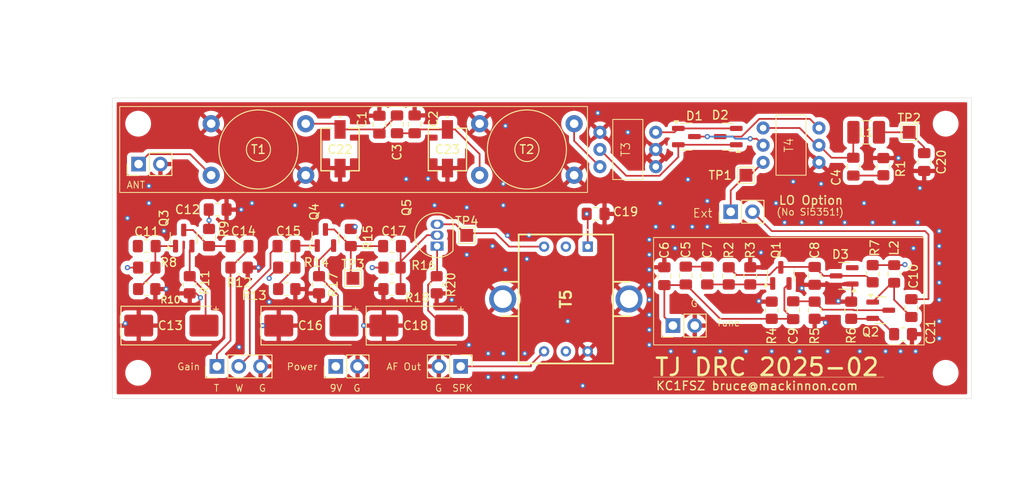
<source format=kicad_pcb>
(kicad_pcb (version 20240108) (generator "pcbnew") (generator_version "8.0")
  (title_block (title "Thomas Jefferson Direct Conversion Receiver") (date "2025-02-21") (rev "1") (company "Circuit Design by N2CQR and KK4DAS") (comment 1 "PCB By KC1FSZ") (comment 2 "Copyright (C) Bruce MacKinnon, 2025") (comment 3 "NOT FOR COMMERCIAL USE WITHOUT PERMISSION"))
  (layers (0 "F.Cu" signal) (1 "In1.Cu" signal) (2 "In2.Cu" signal) (31 "B.Cu" signal) (34 "B.Paste" user) (35 "F.Paste" user) (36 "B.SilkS" user "B.Silkscreen") (37 "F.SilkS" user "F.Silkscreen") (38 "B.Mask" user) (39 "F.Mask" user) (44 "Edge.Cuts" user))
  (net 0 "")
  (net 1 "GND")
  (net 2 "Net-(T1-SB)")
  (net 3 "Net-(T2-SB)")
  (net 4 "Net-(J1-In)")
  (net 5 "Net-(T4-SB)")
  (net 6 "Net-(C4-Pad2)")
  (net 7 "Net-(D1-COM)")
  (net 8 "Net-(D1-K)")
  (net 9 "Net-(D1-A)")
  (net 10 "Net-(D2-COM)")
  (net 11 "Audio")
  (net 12 "Net-(T2-AA)")
  (net 13 "Net-(J2-Pin_1)")
  (net 14 "Net-(C5-Pad1)")
  (net 15 "Net-(Q1-B)")
  (net 16 "Net-(D3-K)")
  (net 17 "Net-(Q2-G)")
  (net 18 "Net-(Q2-D)")
  (net 20 "+9V")
  (net 21 "Net-(Q2-S)")
  (net 22 "LO_O")
  (net 23 "LO_I")
  (net 24 "Net-(Q3-B)")
  (net 25 "Net-(Q3-E)")
  (net 26 "Net-(Q3-C)")
  (net 27 "Net-(J5-Pin_1)")
  (net 28 "Net-(J5-Pin_2)")
  (net 29 "Net-(Q4-B)")
  (net 30 "Net-(Q4-E)")
  (net 31 "Net-(Q5-B)")
  (net 32 "Net-(Q4-C)")
  (net 33 "Net-(Q5-E)")
  (net 34 "Net-(Q5-C)")
  (net 35 "/Speaker Out")
  (footprint "MountingHole:MountingHole_2.5mm" (layer "F.Cu") (at 171 83)
    (property "Reference" "H4" (hide yes))
    (property "Value" "MountingHole")
  )
  (footprint "Capacitor_SMD:C_0805_2012Metric_Pad1.18x1.45mm_HandSolder" (layer "F.Cu") (at 78 68.25)
    (property "Reference" "C11")
    (property "Value" "33u")
  )
  (footprint "bruce-footprints:CP_EIA-7343" (layer "F.Cu") (at 109.3 77.5)
    (property "Reference" "C18")
    (property "Value" "470u (Size 2917/7343)")
  )
  (footprint "Package_TO_SOT_SMD:SOT-23" (layer "F.Cu") (at 151.8125 71.6625 90)
    (property "Reference" "Q1")
    (property "Value" "MMBT3904")
  )
  (footprint "Connector_PinHeader_2.54mm:PinHeader_1x03_P2.54mm_Vertical" (layer "F.Cu") (at 86.17 82.25 90)
    (property "Reference" "J5" (hide yes))
    (property "Value" "Volume")
  )
  (footprint "Capacitor_SMD:C_0805_2012Metric_Pad1.18x1.45mm_HandSolder" (layer "F.Cu") (at 167 75.4625 90)
    (property "Reference" "C10")
    (property "Value" "0.1u")
  )
  (footprint "Connector_PinHeader_2.54mm:PinHeader_1x02_P2.54mm_Vertical" (layer "F.Cu") (at 139.25 77.5 90)
    (property "Reference" "J2" (hide yes))
    (property "Value" "Tuning")
  )
  (footprint "Resistor_SMD:R_0805_2012Metric_Pad1.20x1.40mm_HandSolder" (layer "F.Cu") (at 162.5 71.4625 90)
    (property "Reference" "R7")
    (property "Value" "100")
  )
  (footprint "Resistor_SMD:R_0805_2012Metric_Pad1.20x1.40mm_HandSolder" (layer "F.Cu") (at 88.75 70.75)
    (property "Reference" "R12")
    (property "Value" "220")
  )
  (footprint "Resistor_SMD:R_0805_2012Metric_Pad1.20x1.40mm_HandSolder" (layer "F.Cu") (at 155.75 75.7125 -90)
    (property "Reference" "R5")
    (property "Value" "100k")
  )
  (footprint "Capacitor_SMD:C_0805_2012Metric_Pad1.18x1.45mm_HandSolder" (layer "F.Cu") (at 168.5 58.4625 -90)
    (property "Reference" "C20")
    (property "Value" "0.47u")
  )
  (footprint "Package_TO_SOT_SMD:SOT-23" (layer "F.Cu") (at 98.8 67.25 90)
    (property "Reference" "Q4")
    (property "Value" "MMBT3904")
  )
  (footprint "Resistor_SMD:R_0805_2012Metric_Pad1.20x1.40mm_HandSolder" (layer "F.Cu") (at 150.75 75.7125 90)
    (property "Reference" "R4")
    (property "Value" "3.3k")
  )
  (footprint "Resistor_SMD:R_0805_2012Metric_Pad1.20x1.40mm_HandSolder" (layer "F.Cu") (at 163.75 59 90)
    (property "Reference" "R1")
    (property "Value" "47")
  )
  (footprint "Connector_PinHeader_2.54mm:PinHeader_1x02_P2.54mm_Vertical" (layer "F.Cu") (at 77.05 58.7 90)
    (property "Reference" "J1" (hide yes))
    (property "Value" "Conn_Coaxial")
  )
  (footprint "Resistor_SMD:R_0805_2012Metric_Pad1.20x1.40mm_HandSolder" (layer "F.Cu") (at 83 72.75 -90)
    (property "Reference" "R11")
    (property "Value" "470")
  )
  (footprint "bruce-footprints:SmallTrifilar" (layer "F.Cu") (at 133.75 57 90)
    (property "Reference" "T3")
    (property "Value" "Transformer_1P_2S")
  )
  (footprint "TestPoint:TestPoint_Pad_1.5x1.5mm" (layer "F.Cu") (at 166.75 55)
    (property "Reference" "TP2")
    (property "Value" "TestPoint")
  )
  (footprint "TestPoint:TestPoint_Pad_1.5x1.5mm" (layer "F.Cu") (at 115.25 67)
    (property "Reference" "TP4")
    (property "Value" "TestPoint")
  )
  (footprint "Resistor_SMD:R_0805_2012Metric_Pad1.20x1.40mm_HandSolder" (layer "F.Cu") (at 98.05 72.75 -90)
    (property "Reference" "R17")
    (property "Value" "470")
  )
  (footprint "Package_TO_SOT_SMD:SOT-23" (layer "F.Cu") (at 159.1875 71.7125 180)
    (property "Reference" "D3")
    (property "Value" "BZX84Cxx")
  )
  (footprint "Resistor_SMD:R_0805_2012Metric_Pad1.20x1.40mm_HandSolder" (layer "F.Cu") (at 106.55 73.25 180)
    (property "Reference" "R18")
    (property "Value" "4.7k")
  )
  (footprint "Capacitor_SMD:C_0805_2012Metric_Pad1.18x1.45mm_HandSolder" (layer "F.Cu") (at 109.1836 54.0735 90)
    (property "Reference" "C2")
    (property "Value" "160p")
  )
  (footprint "TestPoint:TestPoint_Pad_1.5x1.5mm" (layer "F.Cu") (at 102 72)
    (property "Reference" "TP3")
    (property "Value" "TestPoint")
  )
  (footprint "Capacitor_SMD:C_0805_2012Metric_Pad1.18x1.45mm_HandSolder" (layer "F.Cu") (at 106.55 68.25 180)
    (property "Reference" "C17")
    (property "Value" "10u")
  )
  (footprint "Capacitor_SMD:C_0805_2012Metric_Pad1.18x1.45mm_HandSolder" (layer "F.Cu") (at 107.1336 54.0735 -90)
    (property "Reference" "C3")
    (property "Value" "10p")
  )
  (footprint "Inductor_SMD:L_1210_3225Metric_Pad1.42x2.65mm_HandSolder" (layer "F.Cu") (at 161.75 55)
    (property "Reference" "L1")
    (property "Value" "100u")
  )
  (footprint "Resistor_SMD:R_0805_2012Metric_Pad1.20x1.40mm_HandSolder" (layer "F.Cu") (at 85.25 67.25 -90)
    (property "Reference" "R9")
    (property "Value" "1k")
  )
  (footprint "Capacitor_SMD:C_0805_2012Metric_Pad1.18x1.45mm_HandSolder" (layer "F.Cu") (at 105.0829 54.111 90)
    (property "Reference" "C1")
    (property "Value" "160p")
  )
  (footprint "Capacitor_SMD:C_0805_2012Metric_Pad1.18x1.45mm_HandSolder" (layer "F.Cu") (at 94.2625 68.25 180)
    (property "Reference" "C15")
    (property "Value" "10u")
  )
  (footprint "Capacitor_SMD:C_0805_2012Metric_Pad1.18x1.45mm_HandSolder" (layer "F.Cu") (at 88.8 68.25 180)
    (property "Reference" "C14")
    (property "Value" "47u")
  )
  (footprint "Capacitor_SMD:C_0805_2012Metric_Pad1.18x1.45mm_HandSolder" (layer "F.Cu") (at 160.25 59 -90)
    (property "Reference" "C4")
    (property "Value" "0.1u")
  )
  (footprint "Connector_PinHeader_2.54mm:PinHeader_1x02_P2.54mm_Vertical" (layer "F.Cu") (at 114.54 82.25 -90)
    (property "Reference" "J6" (hide yes))
    (property "Value" "Speaker")
  )
  (footprint "Package_TO_SOT_SMD:SOT-23" (layer "F.Cu") (at 82.3 67.3125 90)
    (property "Reference" "Q3")
    (property "Value" "MMBT3904")
  )
  (footprint "Package_TO_SOT_THT:TO-92_Inline" (layer "F.Cu") (at 111.8 68.25 90)
    (property "Reference" "Q5")
    (property "Value" "2N3904")
  )
  (footprint "bruce-footprints:VCAP_GKG30086-05_SGM-L" (layer "F.Cu") (at 100.5 57 -90)
    (property "Reference" "C22")
    (property "Value" "C_Variable")
  )
  (footprint "Connector_PinHeader_2.54mm:PinHeader_1x02_P2.54mm_Vertical" (layer "F.Cu") (at 100 82.25 90)
    (property "Reference" "J3" (hide yes))
    (property "Value" "Power")
  )
  (footprint "Resistor_SMD:R_0805_2012Metric_Pad1.20x1.40mm_HandSolder" (layer "F.Cu") (at 78 70.75)
    (property "Reference" "R8")
    (property "Value" "14.7k")
  )
  (footprint "Resistor_SMD:R_0805_2012Metric_Pad1.20x1.40mm_HandSolder" (layer "F.Cu") (at 101.75 67.25 -90)
    (property "Reference" "R15")
    (property "Value" "1k")
  )
  (footprint "Resistor_SMD:R_0805_2012Metric_Pad1.20x1.40mm_HandSolder" (layer "F.Cu") (at 160 75.7125 90)
    (property "Reference" "R6")
    (property "Value" "100")
  )
  (footprint "Transformer_THT:Transformer_Toroid_Horizontal_D9.0mm_Amidon-T30" (layer "F.Cu") (at 127.75 54 180)
    (property "Reference" "T2")
    (property "Value" "28:5")
  )
  (footprint "Resistor_SMD:R_0805_2012Metric_Pad1.20x1.40mm_HandSolder" (layer "F.Cu") (at 111.75 72.75 -90)
    (property "Reference" "R20")
    (property "Value" "100")
  )
  (footprint "Package_TO_SOT_SMD:SOT-23" (layer "F.Cu") (at 145.6875 55.5 180)
    (property "Reference" "D2")
    (property "Value" "BAT54S")
  )
  (footprint "Transformer_THT:Transformer_Toroid_Horizontal_D9.0mm_Amidon-T30" (layer "F.Cu") (at 85.5 60)
    (property "Reference" "T1")
    (property "Value" "5:28")
  )
  (footprint "bruce-footprints:VCAP_GKG30086-05_SGM-L" (layer "F.Cu") (at 113 57 -90)
    (property "Reference" "C23")
    (property "Value" "C_Variable")
  )
  (footprint "bruce-footprints:CP_EIA-7343" (layer "F.Cu") (at 97.05 77.5)
    (property "Reference" "C16")
    (property "Value" "470u (Size 2917/7343)")
  )
  (footprint "MountingHole:MountingHole_2.5mm" (layer "F.Cu") (at 171 54)
    (property "Reference" "H3" (hide yes))
    (property "Value" "MountingHole")
  )
  (footprint "bruce-footprints:SmallTrifilar" (layer "F.Cu") (at 152.75 56.5 90)
    (property "Reference" "T4")
    (property "Value" "Transformer_1P_2S")
  )
  (footprint "Resistor_SMD:R_0805_2012Metric_Pad1.20x1.40mm_HandSolder" (layer "F.Cu") (at 94.3 73.25)
    (property "Reference" "R13")
    (property "Value" "4.7k")
  )
  (footprint "TestPoint:TestPoint_Pad_1.5x1.5mm" (layer "F.Cu") (at 147.75 60)
    (property "Reference" "TP1")
    (property "Value" "TestPoint")
  )
  (footprint "Resistor_SMD:R_0805_2012Metric_Pad1.20x1.40mm_HandSolder" (layer "F.Cu") (at 145.75 71.7125 -90)
    (property "Reference" "R2")
    (property "Value" "10k")
  )
  (footprint "Capacitor_SMD:C_0805_2012Metric_Pad1.18x1.45mm_HandSolder" (layer "F.Cu") (at 86.25 64 180)
    (property "Reference" "C12")
    (property "Value" "47u")
  )
  (footprint "Capacitor_SMD:C_0805_2012Metric_Pad1.18x1.45mm_HandSolder" (layer "F.Cu") (at 153.25 75.7125 90)
    (property "Reference" "C9")
    (property "Value" "0.1u")
  )
  (footprint "Resistor_SMD:R_0805_2012Metric_Pad1.20x1.40mm_HandSolder" (layer "F.Cu") (at 94.3 70.75)
    (property "Reference" "R14")
    (property "Value" "14.7k")
  )
  (footprint "Capacitor_SMD:C_0805_2012Metric_Pad1.18x1.45mm_HandSolder" (layer "F.Cu") (at 138.25 71.75 90)
    (property "Reference" "C6")
    (property "Value" "660p")
  )
  (footprint "Capacitor_SMD:C_0805_2012Metric_Pad1.18x1.45mm_HandSolder" (layer "F.Cu") (at 140.75 71.675 -90)
    (property "Reference" "C5")
    (property "Value" "660p")
  )
  (footprint "bruce-footprints:42TL013RC" (layer "F.Cu") (at 129.33 68.308 -90)
    (property "Reference" "T5")
    (property "Value" "42TL013-RC" (hide yes))
  )
  (footprint "Resistor_SMD:R_0805_2012Metric_Pad1.20x1.40mm_HandSolder" (layer "F.Cu") (at 106.55 70.75)
    (property "Reference" "R16")
    (property "Value" "14.7k")
  )
  (footprint "Capacitor_SMD:C_0805_2012Metric_Pad1.18x1.45mm_HandSolder" (layer "F.Cu") (at 166.0375 78.5 180)
    (property "Reference" "C21")
    (property "Value" "0.1u")
  )
  (footprint "Resistor_SMD:R_0805_2012Metric_Pad1.20x1.40mm_HandSolder" (layer "F.Cu") (at 78 73.25)
    (property "Reference" "R10")
    (property "Value" "4.7k")
  )
  (footprint "Connector_PinHeader_2.54mm:PinHeader_1x02_P2.54mm_Vertical" (layer "F.Cu") (at 145.975 64.25 90)
    (property "Reference" "J4" (hide yes))
    (property "Value" "LO Option")
  )
  (footprint "Inductor_SMD:L_0805_2012Metric_Pad1.15x1.40mm_HandSolder" (layer "F.Cu") (at 165 71.4875 -90)
    (property "Reference" "L2")
    (property "Value" "10u")
  )
  (footprint "Capacitor_SMD:C_0805_2012Metric_Pad1.18x1.45mm_HandSolder" (layer "F.Cu") (at 155.75 71.7125 -90)
    (property "Reference" "C8")
    (property "Value" "0.1u")
  )
  (footprint "Package_TO_SOT_SMD:SOT-23" (layer "F.Cu") (at 140.8125 55.5)
    (property "Reference" "D1")
    (property "Value" "BAT54S")
  )
  (footprint "Capacitor_SMD:C_0805_2012Metric_Pad1.18x1.45mm_HandSolder" (layer "F.Cu") (at 130.25 64.5 180)
    (property "Reference" "C19")
    (property "Value" "47u")
  )
  (footprint "MountingHole:MountingHole_2.5mm" (layer "F.Cu") (at 77 83)
    (property "Reference" "H2" (hide yes))
    (property "Value" "MountingHole")
  )
  (footprint "Capacitor_SMD:C_0805_2012Metric_Pad1.18x1.45mm_HandSolder" (layer "F.Cu") (at 143.25 71.675 -90)
    (property "Reference" "C7")
    (property "Value" "130p")
  )
  (footprint "Package_TO_SOT_SMD:SOT-23" (layer "F.Cu") (at 163.4375 75.7125)
    (property "Reference" "Q2")
    (property "Value" "MMBFJ310")
  )
  (footprint "bruce-footprints:CP_EIA-7343" (layer "F.Cu") (at 80.75 77.5)
    (property "Reference" "C13")
    (property "Value" "470u (Size 2917/7343)")
  )
  (footprint "MountingHole:MountingHole_2.5mm" (layer "F.Cu") (at 77 54)
    (property "Reference" "H1" (hide yes))
    (property "Value" "MountingHole")
  )
  (footprint "Resistor_SMD:R_0805_2012Metric_Pad1.20x1.40mm_HandSolder" (layer "F.Cu") (at 148.25 71.7125 90)
    (property "Reference" "R3")
    (property "Value" "10k")
  )
  (gr_line (start 137 83.5) (end 163.8 83.5) (stroke (width 0.05)) (layer "F.SilkS"))
  (gr_rect (start 137 67.25) (end 168.5 79.75) (stroke (width 0.1)) (fill none) (layer "F.SilkS"))
  (gr_rect (start 74.85 52) (end 129.300328 62) (stroke (width 0.1)) (fill none) (layer "F.SilkS"))
  (gr_rect (start 74 51) (end 174 86) (stroke (width 0.05)) (fill none) (layer "Edge.Cuts"))
  (gr_text "G" (at 141.25 75.4 0) (layer "F.SilkS") (effects (font (size 0.8 0.8) (thickness 0.1)) (justify left bottom)))
  (gr_text "ANT" (at 75.6 61.6 0) (layer "F.SilkS") (effects (font (size 0.8 0.8) (thickness 0.1)) (justify left bottom)))
  (gr_text "T" (at 85.75 85.25 0) (layer "F.SilkS") (effects (font (size 0.8 0.8) (thickness 0.1)) (justify left bottom)))
  (gr_text "LO Option" (at 151.5 63.5 0) (layer "F.SilkS") (effects (font (size 1 1)) (justify left bottom)))
  (gr_text "KC1FSZ bruce@mackinnon.com" (at 137.2 85.1 0) (layer "F.SilkS") (effects (font (size 1 1)) (justify left bottom)))
  (gr_text "AF Out" (at 105.85 82.75 0) (layer "F.SilkS") (effects (font (size 0.8 0.8) (thickness 0.1)) (justify left bottom)))
  (gr_text "(No Si5351!)" (at 151.25 64.75 0) (layer "F.SilkS") (effects (font (size 0.8 0.8) (thickness 0.1)) (justify left bottom)))
  (gr_text "Ext" (at 141.5 65 0) (layer "F.SilkS") (effects (font (size 1 1) (thickness 0.1)) (justify left bottom)))
  (gr_text "G" (at 111.5 85.25 0) (layer "F.SilkS") (effects (font (size 0.8 0.8) (thickness 0.1)) (justify left bottom)))
  (gr_text "Gain" (at 81.5 82.75 0) (layer "F.SilkS") (effects (font (size 0.8 0.8) (thickness 0.1)) (justify left bottom)))
  (gr_text "G" (at 91 85.25 0) (layer "F.SilkS") (effects (font (size 0.8 0.8) (thickness 0.1)) (justify left bottom)))
  (gr_text "SPK" (at 113.5 85.25 0) (layer "F.SilkS") (effects (font (size 0.8 0.8) (thickness 0.1)) (justify left bottom)))
  (gr_text "G" (at 102 85.25 0) (layer "F.SilkS") (effects (font (size 0.8 0.8) (thickness 0.1)) (justify left bottom)))
  (gr_text "9V" (at 99.25 85.25 0) (layer "F.SilkS") (effects (font (size 0.8 0.8) (thickness 0.1)) (justify left bottom)))
  (gr_text "Tune" (at 144.25 77.65 0) (layer "F.SilkS") (effects (font (size 0.8 0.8) (thickness 0.1)) (justify left bottom)))
  (gr_text "Power" (at 94.25 82.75 0) (layer "F.SilkS") (effects (font (size 0.8 0.8) (thickness 0.1)) (justify left bottom)))
  (gr_text "TJ DRC 2025-02" (at 137 83.5 0) (layer "F.SilkS") (effects (font (size 2 2) (thickness 0.3)) (justify left bottom)))
  (gr_text "W" (at 88.25 85.25 0) (layer "F.SilkS") (effects (font (size 0.8 0.8) (thickness 0.1)) (justify left bottom)))
  (segment (start 103.25 77.5) (end 106.1 77.5) (width 0.2) (layer "F.Cu") (net 1))
  (segment (start 79 73.25) (end 80.25 73.25) (width 0.2) (layer "F.Cu") (net 1))
  (segment (start 156.5625 76.7125) (end 157 77.15) (width 0.2) (layer "F.Cu") (net 1))
  (segment (start 138.25 70.7125) (end 138.25 70.65) (width 0.2) (layer "F.Cu") (net 1))
  (segment (start 160.125 72.6625) (end 160.125 74.5875) (width 0.2) (layer "F.Cu") (net 1))
  (segment (start 149.3125 74.7125) (end 149.25 74.65) (width 0.2) (layer "F.Cu") (net 1))
  (segment (start 83.75 73.75) (end 84.25 74.25) (width 0.2) (layer "F.Cu") (net 1))
  (segment (start 93.85 77.5) (end 91.5 77.5) (width 0.2) (layer "F.Cu") (net 1))
  (segment (start 87.2875 64) (end 89 64) (width 0.2) (layer "F.Cu") (net 1))
  (segment (start 77.55 77.5) (end 75.75 77.5) (width 0.2) (layer "F.Cu") (net 1))
  (segment (start 155.75 72.75) (end 154.65 72.75) (width 0.2) (layer "F.Cu") (net 1))
  (segment (start 155.75 76.7125) (end 156.5625 76.7125) (width 0.2) (layer "F.Cu") (net 1))
  (segment (start 163.75 58) (end 165.5 58) (width 0.2) (layer "F.Cu") (net 1))
  (segment (start 83 73.75) (end 83.75 73.75) (width 0.2) (layer "F.Cu") (net 1))
  (segment (start 150.75 74.7125) (end 149.3125 74.7125) (width 0.2) (layer "F.Cu") (net 1))
  (segment (start 154.65 72.75) (end 154.25 73.15) (width 0.2) (layer "F.Cu") (net 1))
  (segment (start 75.75 77.5) (end 75.5 77.25) (width 0.2) (layer "F.Cu") (net 1))
  (segment (start 160 74.7125) (end 158.5625 74.7125) (width 0.2) (layer "F.Cu") (net 1))
  (segment (start 89.75 70.75) (end 91 70.75) (width 0.2) (layer "F.Cu") (net 1))
  (segment (start 158.5625 74.7125) (end 158.5 74.65) (width 0.2) (layer "F.Cu") (net 1))
  (segment (start 160.125 74.5875) (end 160 74.7125) (width 0.2) (layer "F.Cu") (net 1))
  (segment (start 148.25 70.7125) (end 148.25 70.4) (width 0.2) (layer "F.Cu") (net 1))
  (via (at 95.25 63.5) (size 0.6) (drill 0.3) (layers "F.Cu" "B.Cu") (net 1))
  (via (at 143.25 63) (size 0.6) (drill 0.3) (layers "F.Cu" "B.Cu") (net 1))
  (via (at 170.25 74.5) (size 0.6) (drill 0.3) (layers "F.Cu" "B.Cu") (net 1))
  (via (at 84.25 74.25) (size 0.6) (drill 0.3) (layers "F.Cu" "B.Cu") (net 1))
  (via (at 161.5 63.25) (size 0.6) (drill 0.3) (layers "F.Cu" "B.Cu") (net 1))
  (via (at 141 60.5) (size 0.6) (drill 0.3) (layers "F.Cu" "B.Cu") (net 1))
  (via (at 137.75 63.25) (size 0.6) (drill 0.3) (layers "F.Cu" "B.Cu") (net 1))
  (via (at 117.75 80.75) (size 0.6) (drill 0.3) (layers "F.Cu" "B.Cu") (net 1))
  (via (at 136.5 69.25) (size 0.6) (drill 0.3) (layers "F.Cu" "B.Cu") (net 1))
  (via (at 111.5 63.5) (size 0.6) (drill 0.3) (layers "F.Cu" "B.Cu") (net 1))
  (via (at 161 80.5) (size 0.6) (drill 0.3) (layers "F.Cu" "B.Cu") (net 1))
  (via (at 122 80.75) (size 0.6) (drill 0.3) (layers "F.Cu" "B.Cu") (net 1))
  (via (at 165.5 58) (size 0.6) (drill 0.3) (layers "F.Cu" "B.Cu") (net 1))
  (via (at 119.75 71) (size 0.6) (drill 0.3) (layers "F.Cu" "B.Cu") (net 1))
  (via (at 92.25 74.75) (size 0.6) (drill 0.3) (layers "F.Cu" "B.Cu") (net 1))
  (via (at 88.75 80) (size 0.6) (drill 0.3) (layers "F.Cu" "B.Cu") (net 1))
  (via (at 170.25 66.5) (size 0.6) (drill 0.3) (layers "F.Cu" "B.Cu") (net 1))
  (via (at 136.5 76.25) (size 0.6) (drill 0.3) (layers "F.Cu" "B.Cu") (net 1))
  (via (at 136.5 74.5) (size 0.6) (drill 0.3) (layers "F.Cu" "B.Cu") (net 1))
  (via (at 128.75 84.5) (size 0.6) (drill 0.3) (layers "F.Cu" "B.Cu") (net 1))
  (via (at 119.5 61) (size 0.6) (drill 0.3) (layers "F.Cu" "B.Cu") (net 1))
  (via (at 103.25 77.5) (size 0.6) (drill 0.3) (layers "F.Cu" "B.Cu") (net 1))
  (via (at 154.25 65.5) (size 0.6) (drill 0.3) (layers "F.Cu" "B.Cu") (net 1))
  (via (at 157.25 80.5) (size 0.6) (drill 0.3) (layers "F.Cu" "B.Cu") (net 1))
  (via (at 168 61.5) (size 0.6) (drill 0.3) (layers "F.Cu" "B.Cu") (net 1))
  (via (at 89 64) (size 0.6) (drill 0.3) (layers "F.Cu" "B.Cu") (net 1))
  (via (at 119.5 83.5) (size 0.6) (drill 0.3) (layers "F.Cu" "B.Cu") (net 1))
  (via (at 170.25 68.25) (size 0.6) (drill 0.3) (layers "F.Cu" "B.Cu") (net 1))
  (via (at 136.5 67.5) (size 0.6) (drill 0.3) (layers "F.Cu" "B.Cu") (net 1))
  (via (at 127 77) (size 0.6) (drill 0.3) (layers "F.Cu" "B.Cu") (net 1))
  (via (at 170.25 70.25) (size 0.6) (drill 0.3) (layers "F.Cu" "B.Cu") (net 1))
  (via (at 122.5 67) (size 0.6) (drill 0.3) (layers "F.Cu" "B.Cu") (net 1))
  (via (at 91 70.75) (size 0.6) (drill 0.3) (layers "F.Cu" "B.Cu") (net 1))
  (via (at 139.5 68.5) (size 0.6) (drill 0.3) (layers "F.Cu" "B.Cu") (net 1))
  (via (at 75.5 77.25) (size 0.6) (drill 0.3) (layers "F.Cu" "B.Cu") (net 1))
  (via (at 153.25 60.75) (size 0.6) (drill 0.3) (layers "F.Cu" "B.Cu") (net 1))
  (via (at 167.25 68.5) (size 0.6) (drill 0.3) (layers "F.Cu" "B.Cu") (net 1))
  (via (at 165.75 80.5) (size 0.6) (drill 0.3) (layers "F.Cu" "B.Cu") (net 1))
  (via (at 152.25 65.5) (size 0.6) (drill 0.3) (layers "F.Cu" "B.Cu") (net 1))
  (via (at 159.25 65.5) (size 0.6) (drill 0.3) (layers "F.Cu" "B.Cu") (net 1))
  (via (at 78.25 63.25) (size 0.6) (drill 0.3) (layers "F.Cu" "B.Cu") (net 1))
  (via (at 170.25 72.5) (size 0.6) (drill 0.3) (layers "F.Cu" "B.Cu") (net 1))
  (via (at 108.2 60.45) (size 0.6) (drill 0.3) (layers "F.Cu" "B.Cu") (net 1))
  (via (at 121 83.5) (size 0.6) (drill 0.3) (layers "F.Cu" "B.Cu") (net 1))
  (via (at 150.75 80.5) (size 0.6) (drill 0.3) (layers "F.Cu" "B.Cu") (net 1))
  (via (at 80.25 73.25) (size 0.6) (drill 0.3) (layers "F.Cu" "B.Cu") (net 1))
  (via (at 130.5 52.75) (size 0.6) (drill 0.3) (layers "F.Cu" "B.Cu") (net 1))
  (via (at 141.75 80.5) (size 0.6) (drill 0.3) (layers "F.Cu" "B.Cu") (net 1))
  (via (at 154.25 73.15) (size 0.6) (drill 0.3) (layers "F.Cu" "B.Cu") (net 1))
  (via (at 149.25 74.65) (size 0.6) (drill 0.3) (layers "F.Cu" "B.Cu") (net 1))
  (via (at 122.25 69.75) (size 0.6) (drill 0.3) (layers "F.Cu" "B.Cu") (net 1))
  (via (at 164 80.5) (size 0.6) (drill 0.3) (layers "F.Cu" "B.Cu") (net 1))
  (via (at 118.25 68.25) (size 0.6) (drill 0.3) (layers "F.Cu" "B.Cu") (net 1))
  (via (at 139 80.5) (size 0.6) (drill 0.3) (layers "F.Cu" "B.Cu") (net 1))
  (via (at 139.25 66) (size 0.6) (drill 0.3) (layers "F.Cu" "B.Cu") (net 1))
  (via (at 136.5 79.75) (size 0.6) (drill 0.3) (layers "F.Cu" "B.Cu") (net 1))
  (via (at 156.5 61) (size 0.6) (drill 0.3) (layers "F.Cu" "B.Cu") (net 1))
  (via (at 167.5 80.5) (size 0.6) (drill 0.3) (layers "F.Cu" "B.Cu") (net 1))
  (via (at 149.5 69) (size 0.6) (drill 0.3) (layers "F.Cu" "B.Cu") (net 1))
  (via (at 154 80.5) (size 0.6) (drill 0.3) (layers "F.Cu" "B.Cu") (net 1))
  (via (at 119.75 54.25) (size 0.6) (drill 0.3) (layers "F.Cu" "B.Cu") (net 1))
  (via (at 115.25 63.75) (size 0.6) (drill 0.3) (layers "F.Cu" "B.Cu") (net 1))
  (via (at 141.5 66) (size 0.6) (drill 0.3) (layers "F.Cu" "B.Cu") (net 1))
  (via (at 167.75 65.5) (size 0.6) (drill 0.3) (layers "F.Cu" "B.Cu") (net 1))
  (via (at 117.75 83.5) (size 0.6) (drill 0.3) (layers "F.Cu" "B.Cu") (net 1))
  (via (at 147.75 80.5) (size 0.6) (drill 0.3) (layers "F.Cu" "B.Cu") (net 1))
  (via (at 136.5 78) (size 0.6) (drill 0.3) (layers "F.Cu" "B.Cu") (net 1))
  (via (at 113.5 74.5) (size 0.6) (drill 0.3) (layers "F.Cu" "B.Cu") (net 1))
  (via (at 91.5 77.5) (size 0.6) (drill 0.3) (layers "F.Cu" "B.Cu") (net 1))
  (via (at 119.5 63.5) (size 0.6) (drill 0.3) (layers "F.Cu" "B.Cu") (net 1))
  (via (at 156.5 65.5) (size 0.6) (drill 0.3) (layers "F.Cu" "B.Cu") (net 1))
  (via (at 165 65.5) (size 0.6) (drill 0.3) (layers "F.Cu" "B.Cu") (net 1))
  (via (at 136.5 71) (size 0.6) (drill 0.3) (layers "F.Cu" "B.Cu") (net 1))
  (via (at 115.5 79.75) (size 0.6) (drill 0.3) (layers "F.Cu" "B.Cu") (net 1))
  (via (at 137.25 66) (size 0.6) (drill 0.3) (layers "F.Cu" "B.Cu") (net 1))
  (via (at 162.5 65.5) (size 0.6) (drill 0.3) (layers "F.Cu" "B.Cu") (net 1))
  (via (at 170.25 77) (size 0.6) (drill 0.3) (layers "F.Cu" "B.Cu") (net 1))
  (via (at 143.25 66) (size 0.6) (drill 0.3) (layers "F.Cu" "B.Cu") (net 1))
  (via (at 119.5 80.75) (size 0.6) (drill 0.3) (layers "F.Cu" "B.Cu") (net 1))
  (via (at 80 66.5) (size 0.6) (drill 0.3) (layers "F.Cu" "B.Cu") (net 1))
  (via (at 134 55) (size 0.6) (drill 0.3) (layers "F.Cu" "B.Cu") (net 1))
  (via (at 110.75 60.4) (size 0.6) (drill 0.3) (layers "F.Cu" "B.Cu") (net 1))
  (via (at 157 77.15) (size 0.6) (drill 0.3) (layers "F.Cu" "B.Cu") (net 1))
  (via (at 151.25 63.25) (size 0.6) (drill 0.3) (layers "F.Cu" "B.Cu") (net 1))
  (via (at 75.75 65) (size 0.6) (drill 0.3) (layers "F.Cu" "B.Cu") (net 1))
  (via (at 170.25 79) (size 0.6) (drill 0.3) (layers "F.Cu" "B.Cu") (net 1))
  (via (at 144.75 80.5) (size 0.6) (drill 0.3) (layers "F.Cu" "B.Cu") (net 1))
  (via (at 120 67) (size 0.6) (drill 0.3) (layers "F.Cu" "B.Cu") (net 1))
  (via (at 136.5 72.75) (size 0.6) (drill 0.3) (layers "F.Cu" "B.Cu") (net 1))
  (via (at 158.5 74.65) (size 0.6) (drill 0.3) (layers "F.Cu" "B.Cu") (net 1))
  (via (at 100.75 63.5) (size 0.6) (drill 0.3) (layers "F.Cu" "B.Cu") (net 1))
  (via (at 115.25 69.25) (size 0.6) (drill 0.3) (layers "F.Cu" "B.Cu") (net 1))
  (via (at 78.25 61.25) (size 0.6) (drill 0.3) (layers "F.Cu" "B.Cu") (net 1))
  (via (at 90.25 63.25) (size 0.6) (drill 0.3) (layers "F.Cu" "B.Cu") (net 1))
  (segment (start 96.5 54) (end 99.8322 54) (width 0.2) (layer "F.Cu") (net 2))
  (segment (start 100.5 54.6678) (end 104.6022 54.6678) (width 0.2) (layer "F.Cu") (net 2))
  (segment (start 105.0829 55.1485) (end 105.0829 55.0867) (width 0.2) (layer "F.Cu") (net 2))
  (segment (start 104.6022 54.6678) (end 105.0829 55.1485) (width 0.2) (layer "F.Cu") (net 2))
  (segment (start 105.0829 55.0867) (end 107.1336 53.036) (width 0.2) (layer "F.Cu") (net 2))
  (segment (start 99.8322 54) (end 100.5 54.6678) (width 0.2) (layer "F.Cu") (net 2))
  (segment (start 109.361 55.111) (end 109.8042 54.6678) (width 0.2) (layer "F.Cu") (net 3))
  (segment (start 113 54.6678) (end 113.882622 54.6678) (width 0.2) (layer "F.Cu") (net 3))
  (segment (start 109.1836 55.111) (end 109.361 55.111) (width 0.2) (layer "F.Cu") (net 3))
  (segment (start 113.882622 54.6678) (end 116.75 57.535178) (width 0.2) (layer "F.Cu") (net 3))
  (segment (start 116.75 57.535178) (end 116.75 60) (width 0.2) (layer "F.Cu") (net 3))
  (segment (start 109.8042 54.6678) (end 113 54.6678) (width 0.2) (layer "F.Cu") (net 3))
  (segment (start 107.1336 55.111) (end 109.1836 55.111) (width 0.2) (layer "F.Cu") (net 3))
  (segment (start 83.05 57.55) (end 85.5 60) (width 0.2) (layer "F.Cu") (net 4))
  (segment (start 77.05 58.7) (end 78.2 57.55) (width 0.2) (layer "F.Cu") (net 4))
  (segment (start 78.2 57.55) (end 83.05 57.55) (width 0.2) (layer "F.Cu") (net 4))
  (segment (start 154 54.5) (end 149.75 54.5) (width 0.2) (layer "F.Cu") (net 5))
  (segment (start 156 56.5) (end 154 54.5) (width 0.2) (layer "F.Cu") (net 5))
  (segment (start 157.7125 57.9625) (end 156.25 56.5) (width 0.2) (layer "F.Cu") (net 5))
  (segment (start 160.25 57.9625) (end 157.7125 57.9625) (width 0.2) (layer "F.Cu") (net 5))
  (segment (start 156.25 56.5) (end 156 56.5) (width 0.2) (layer "F.Cu") (net 5))
  (segment (start 160.25 55.0125) (end 160.2625 55) (width 0.2) (layer "F.Cu") (net 5))
  (segment (start 160.25 57.9625) (end 160.25 55.0125) (width 0.2) (layer "F.Cu") (net 5))
  (segment (start 160.25 60.0375) (end 163.7125 60.0375) (width 0.2) (layer "F.Cu") (net 6))
  (segment (start 163.7125 60.0375) (end 163.75 60) (width 0.2) (layer "F.Cu") (net 6))
  (segment (start 141.75 55.5) (end 143.25 55.5) (width 0.2) (layer "F.Cu") (net 7))
  (segment (start 148.25 55.75) (end 149 55.75) (width 0.2) (layer "F.Cu") (net 7))
  (segment (start 149 55.75) (end 149.75 56.5) (width 0.2) (layer "F.Cu") (net 7))
  (via (at 148.25 55.75) (size 0.6) (drill 0.3) (layers "F.Cu" "B.Cu") (net 7))
  (via (at 143.25 55.5) (size 0.6) (drill 0.3) (layers "F.Cu" "B.Cu") (net 7))
  (segment (start 148.25 55.75) (end 146.5 55.75) (width 0.2) (layer "B.Cu") (net 7))
  (segment (start 146.5 55.75) (end 146.25 55.5) (width 0.2) (layer "B.Cu") (net 7))
  (segment (start 143.25 55.5) (end 146.25 55.5) (width 0.2) (layer "B.Cu") (net 7))
  (segment (start 133.812 60.062) (end 130.75 57) (width 0.2) (layer "F.Cu") (net 8))
  (segment (start 139.875 56.45) (end 146.625 56.45) (width 0.2) (layer "F.Cu") (net 8))
  (segment (start 139.875 57.876895) (end 137.689895 60.062) (width 0.2) (layer "F.Cu") (net 8))
  (segment (start 137.689895 60.062) (end 133.812 60.062) (width 0.2) (layer "F.Cu") (net 8))
  (segment (start 139.875 56.45) (end 139.875 57.876895) (width 0.2) (layer "F.Cu") (net 8))
  (segment (start 139.875 54.55) (end 146.625 54.55) (width 0.2) (layer "F.Cu") (net 9))
  (segment (start 137.25 55) (end 139.425 55) (width 0.2) (layer "F.Cu") (net 9))
  (segment (start 139.425 55) (end 139.875 54.55) (width 0.2) (layer "F.Cu") (net 9))
  (segment (start 144.75 55.5) (end 147.248105 55.5) (width 0.2) (layer "F.Cu") (net 10))
  (segment (start 155.188 53.438) (end 156.25 54.5) (width 0.2) (layer "F.Cu") (net 10))
  (segment (start 149.310105 53.438) (end 155.188 53.438) (width 0.2) (layer "F.Cu") (net 10))
  (segment (start 147.248105 55.5) (end 149.310105 53.438) (width 0.2) (layer "F.Cu") (net 10))
  (segment (start 163.2375 55) (end 166.75 55) (width 0.2) (layer "F.Cu") (net 11))
  (segment (start 168.5 56.75) (end 168.5 57.425) (width 0.2) (layer "F.Cu") (net 11))
  (segment (start 166.75 55) (end 168.5 56.75) (width 0.2) (layer "F.Cu") (net 11))
  (segment (start 127.75 56) (end 130.75 59) (width 0.2) (layer "F.Cu") (net 12))
  (segment (start 127.75 54) (end 127.75 56) (width 0.2) (layer "F.Cu") (net 12))
  (segment (start 138.25 76.5) (end 139.25 77.5) (width 0.2) (layer "F.Cu") (net 13))
  (segment (start 138.25 72.7875) (end 138.25 76.5) (width 0.2) (layer "F.Cu") (net 13))
  (segment (start 150.75 76.7125) (end 153.2125 76.7125) (width 0.2) (layer "F.Cu") (net 13))
  (segment (start 152.7625 72.6) (end 152.225 73.1375) (width 0.2) (layer "F.Cu") (net 13))
  (segment (start 138.25 72.7875) (end 140.675 72.7875) (width 0.2) (layer "F.Cu") (net 13))
  (segment (start 152.225 75.725) (end 153.25 76.75) (width 0.2) (layer "F.Cu") (net 13))
  (segment (start 140.75 72.7125) (end 144.75 76.7125) (width 0.2) (layer "F.Cu") (net 13))
  (segment (start 153.2125 76.7125) (end 153.25 76.75) (width 0.2) (layer "F.Cu") (net 13))
  (segment (start 144.75 76.7125) (end 150.75 76.7125) (width 0.2) (layer "F.Cu") (net 13))
  (segment (start 140.675 72.7875) (end 140.75 72.7125) (width 0.2) (layer "F.Cu") (net 13))
  (segment (start 152.225 73.1375) (end 152.225 75.725) (width 0.2) (layer "F.Cu") (net 13))
  (segment (start 140.75 70.6375) (end 143.25 70.6375) (width 0.2) (layer "F.Cu") (net 14))
  (segment (start 145.75 72.7125) (end 148.25 72.7125) (width 0.2) (layer "F.Cu") (net 15))
  (segment (start 150.75 72.7125) (end 150.8625 72.6) (width 0.2) (layer "F.Cu") (net 15))
  (segment (start 148.25 72.7125) (end 150.75 72.7125) (width 0.2) (layer "F.Cu") (net 15))
  (segment (start 143.25 72.7125) (end 145.75 72.7125) (width 0.2) (layer "F.Cu") (net 15))
  (segment (start 150.471948 71.6125) (end 151.359448 70.725) (width 0.2) (layer "F.Cu") (net 16))
  (segment (start 158.25 71.7125) (end 156.7875 71.7125) (width 0.2) (layer "F.Cu") (net 16))
  (segment (start 161.75 71.7125) (end 158.25 71.7125) (width 0.2) (layer "F.Cu") (net 16))
  (segment (start 146.65 71.6125) (end 150.471948 71.6125) (width 0.2) (layer "F.Cu") (net 16))
  (segment (start 151.359448 70.725) (end 151.8125 70.725) (width 0.2) (layer "F.Cu") (net 16))
  (segment (start 145.75 70.7125) (end 146.65 71.6125) (width 0.2) (layer "F.Cu") (net 16))
  (segment (start 156.7875 71.7125) (end 155.75 70.675) (width 0.2) (layer "F.Cu") (net 16))
  (segment (start 155.75 70.675) (end 151.8625 70.675) (width 0.2) (layer "F.Cu") (net 16))
  (segment (start 162.5 72.4625) (end 161.75 71.7125) (width 0.2) (layer "F.Cu") (net 16))
  (segment (start 151.8625 70.675) (end 151.8125 70.725) (width 0.2) (layer "F.Cu") (net 16))
  (segment (start 160.3125 75.7125) (end 164.375 75.7125) (width 0.2) (layer "F.Cu") (net 17))
  (segment (start 160.25 75.65) (end 160.3125 75.7125) (width 0.2) (layer "F.Cu") (net 17))
  (segment (start 155.75 74.7125) (end 156.6875 75.65) (width 0.2) (layer "F.Cu") (net 17))
  (segment (start 153.25 74.675) (end 155.7125 74.675) (width 0.2) (layer "F.Cu") (net 17))
  (segment (start 155.7125 74.675) (end 155.75 74.7125) (width 0.2) (layer "F.Cu") (net 17))
  (segment (start 156.6875 75.65) (end 160.25 75.65) (width 0.2) (layer "F.Cu") (net 17))
  (segment (start 165 72.5125) (end 165 74.5) (width 0.2) (layer "F.Cu") (net 18))
  (segment (start 162.5 74.7625) (end 164.75 72.5125) (width 0.2) (layer "F.Cu") (net 18))
  (segment (start 164.75 72.5125) (end 165 72.5125) (width 0.2) (layer "F.Cu") (net 18))
  (segment (start 165 74.5) (end 167 76.5) (width 0.2) (layer "F.Cu") (net 18))
  (segment (start 92.25 71.8) (end 93.3 70.75) (width 0.2) (layer "F.Cu") (net 20))
  (segment (start 165 70.4625) (end 162.5 70.4625) (width 0.2) (layer "F.Cu") (net 20))
  (segment (start 77 70.75) (end 75.75 70.75) (width 0.2) (layer "F.Cu") (net 20))
  (segment (start 92.25 72) (end 92.25 71.8) (width 0.2) (layer "F.Cu") (net 20))
  (segment (start 129.33 64.6175) (end 129.2125 64.5) (width 0.2) (layer "F.Cu") (net 20))
  (segment (start 105.55 70.75) (end 104.25 70.75) (width 0.2) (layer "F.Cu") (net 20))
  (segment (start 166.1875 70.4625) (end 166.25 70.4) (width 0.2) (layer "F.Cu") (net 20))
  (segment (start 129.33 68.308) (end 129.33 64.6175) (width 0.2) (layer "F.Cu") (net 20))
  (segment (start 85.2125 64) (end 85 64) (width 0.2) (layer "F.Cu") (net 20))
  (segment (start 85.25 64.0375) (end 85.2125 64) (width 0.2) (layer "F.Cu") (net 20))
  (segment (start 165 70.4625) (end 166.1875 70.4625) (width 0.2) (layer "F.Cu") (net 20))
  (segment (start 129.2125 68.1905) (end 129.33 68.308) (width 0.2) (layer "F.Cu") (net 20))
  (segment (start 85.25 66.25) (end 85.25 64.0375) (width 0.2) (layer "F.Cu") (net 20))
  (via (at 102.25 66) (size 0.6) (drill 0.3) (layers "F.Cu" "B.Cu") (net 20))
  (via (at 85.25 65.25) (size 0.6) (drill 0.3) (layers "F.Cu" "B.Cu") (net 20))
  (via (at 92.25 72) (size 0.6) (drill 0.3) (layers "F.Cu" "B.Cu") (net 20))
  (via (at 104.25 70.75) (size 0.6) (drill 0.3) (layers "F.Cu" "B.Cu") (net 20))
  (via (at 75.75 70.75) (size 0.6) (drill 0.3) (layers "F.Cu" "B.Cu") (net 20))
  (via (at 166.25 70.4) (size 0.6) (drill 0.3) (layers "F.Cu" "B.Cu") (net 20))
  (via (at 129.2125 64.5) (size 0.6) (drill 0.3) (layers "F.Cu" "B.Cu") (net 20))
  (segment (start 162.5 76.6625) (end 163.1625 76.6625) (width 0.2) (layer "F.Cu") (net 21))
  (segment (start 160 76.7125) (end 162.45 76.7125) (width 0.2) (layer "F.Cu") (net 21))
  (segment (start 163.1625 76.6625) (end 165 78.5) (width 0.2) (layer "F.Cu") (net 21))
  (segment (start 162.45 76.7125) (end 162.5 76.6625) (width 0.2) (layer "F.Cu") (net 21))
  (segment (start 169 66.9) (end 169 74.4) (width 0.2) (layer "F.Cu") (net 22))
  (segment (start 169 74.4) (end 168.975 74.425) (width 0.2) (layer "F.Cu") (net 22))
  (segment (start 148.515 64.25) (end 150.765 66.5) (width 0.2) (layer "F.Cu") (net 22))
  (segment (start 150.765 66.5) (end 168.6 66.5) (width 0.2) (layer "F.Cu") (net 22))
  (segment (start 168.6 66.5) (end 169 66.9) (width 0.2) (layer "F.Cu") (net 22))
  (segment (start 168.975 74.425) (end 167 74.425) (width 0.2) (layer "F.Cu") (net 22))
  (segment (start 145.975 64.25) (end 145.975 61.775) (width 0.2) (layer "F.Cu") (net 23))
  (segment (start 147.75 60) (end 148.25 60) (width 0.2) (layer "F.Cu") (net 23))
  (segment (start 145.975 61.775) (end 147.75 60) (width 0.2) (layer "F.Cu") (net 23))
  (segment (start 148.25 60) (end 149.75 58.5) (width 0.2) (layer "F.Cu") (net 23))
  (segment (start 79 70.75) (end 79 68.2875) (width 0.2) (layer "F.Cu") (net 24))
  (segment (start 79 68.2875) (end 79.0375 68.25) (width 0.2) (layer "F.Cu") (net 24))
  (segment (start 79 71.25) (end 79 70.75) (width 0.2) (layer "F.Cu") (net 24))
  (segment (start 77 73.25) (end 79 71.25) (width 0.2) (layer "F.Cu") (net 24))
  (segment (start 79.0375 68.25) (end 81.35 68.25) (width 0.2) (layer "F.Cu") (net 24))
  (segment (start 83 71.75) (end 84.85 73.6) (width 0.2) (layer "F.Cu") (net 25))
  (segment (start 84.85 76.6) (end 83.95 77.5) (width 0.2) (layer "F.Cu") (net 25))
  (segment (start 83.25 68.25) (end 83.25 68.5) (width 0.2) (layer "F.Cu") (net 25))
  (segment (start 83.25 68.5) (end 83 68.75) (width 0.2) (layer "F.Cu") (net 25))
  (segment (start 83 68.75) (end 83 71.75) (width 0.2) (layer "F.Cu") (net 25))
  (segment (start 84.85 73.6) (end 84.85 76.6) (width 0.2) (layer "F.Cu") (net 25))
  (segment (start 83.375 66.375) (end 85.25 68.25) (width 0.2) (layer "F.Cu") (net 26))
  (segment (start 85.25 68.25) (end 87.7625 68.25) (width 0.2) (layer "F.Cu") (net 26))
  (segment (start 82.3 66.375) (end 83.375 66.375) (width 0.2) (layer "F.Cu") (net 26))
  (segment (start 87.75 70.75) (end 89.8375 68.6625) (width 0.2) (layer "F.Cu") (net 27))
  (segment (start 86.17 80.83) (end 87.75 79.25) (width 0.2) (layer "F.Cu") (net 27))
  (segment (start 87.75 79.25) (end 87.75 70.75) (width 0.2) (layer "F.Cu") (net 27))
  (segment (start 89.8375 68.6625) (end 89.8375 68.25) (width 0.2) (layer "F.Cu") (net 27))
  (segment (start 86.17 82.25) (end 86.17 80.83) (width 0.2) (layer "F.Cu") (net 27))
  (segment (start 92.4 69.075) (end 92.4 70.85) (width 0.2) (layer "F.Cu") (net 28))
  (segment (start 90 73.5) (end 89.875 73.375) (width 0.2) (layer "F.Cu") (net 28))
  (segment (start 88.71 82.25) (end 90 80.96) (width 0.2) (layer "F.Cu") (net 28))
  (segment (start 93.225 68.25) (end 92.4 69.075) (width 0.2) (layer "F.Cu") (net 28))
  (segment (start 92.4 70.85) (end 89.875 73.375) (width 0.2) (layer "F.Cu") (net 28))
  (segment (start 90 80.96) (end 90 73.5) (width 0.2) (layer "F.Cu") (net 28))
  (segment (start 93.3 73.25) (end 93.3 72.75) (width 0.2) (layer "F.Cu") (net 29))
  (segment (start 95.3 68.25) (end 95.3 70.75) (width 0.2) (layer "F.Cu") (net 29))
  (segment (start 97.85 68.1875) (end 95.3625 68.1875) (width 0.2) (layer "F.Cu") (net 29))
  (segment (start 95.3625 68.1875) (end 95.3 68.25) (width 0.2) (layer "F.Cu") (net 29))
  (segment (start 93.3 72.75) (end 95.3 70.75) (width 0.2) (layer "F.Cu") (net 29))
  (segment (start 98.05 71.75) (end 98.05 69.8875) (width 0.2) (layer "F.Cu") (net 30))
  (segment (start 100.25 73.95) (end 100.25 77.5) (width 0.2) (layer "F.Cu") (net 30))
  (segment (start 98.05 69.8875) (end 99.75 68.1875) (width 0.2) (layer "F.Cu") (net 30))
  (segment (start 98.05 71.75) (end 100.25 73.95) (width 0.2) (layer "F.Cu") (net 30))
  (segment (start 107.55 68.2875) (end 107.5875 68.25) (width 0.2) (layer "F.Cu") (net 31))
  (segment (start 107.55 70.75) (end 107.55 68.2875) (width 0.2) (layer "F.Cu") (net 31))
  (segment (start 107.55 70.75) (end 107.55 70.05) (width 0.2) (layer "F.Cu") (net 31))
  (segment (start 107.55 70.75) (end 107.55 73.25) (width 0.2) (layer "F.Cu") (net 31))
  (segment (start 110.62 66.98) (end 111.8 66.98) (width 0.2) (layer "F.Cu") (net 31))
  (segment (start 107.55 70.05) (end 110.62 66.98) (width 0.2) (layer "F.Cu") (net 31))
  (segment (start 99.8125 66.3125) (end 98.8 66.3125) (width 0.2) (layer "F.Cu") (net 32))
  (segment (start 105.5125 68.25) (end 101.75 68.25) (width 0.2) (layer "F.Cu") (net 32))
  (segment (start 101.75 68.25) (end 101.75 71.75) (width 0.2) (layer "F.Cu") (net 32))
  (segment (start 101.75 71.75) (end 102 72) (width 0.2) (layer "F.Cu") (net 32))
  (segment (start 101.75 68.25) (end 99.8125 66.3125) (width 0.2) (layer "F.Cu") (net 32))
  (segment (start 110.75 72.75) (end 110.75 75.75) (width 0.2) (layer "F.Cu") (net 33))
  (segment (start 111.75 71.75) (end 110.75 72.75) (width 0.2) (layer "F.Cu") (net 33))
  (segment (start 110.75 75.75) (end 112.5 77.5) (width 0.2) (layer "F.Cu") (net 33))
  (segment (start 111.8 68.25) (end 111.8 71.7) (width 0.2) (layer "F.Cu") (net 33))
  (segment (start 111.8 71.7) (end 111.75 71.75) (width 0.2) (layer "F.Cu") (net 33))
  (segment (start 115.5 66.75) (end 118.634 66.75) (width 0.2) (layer "F.Cu") (net 34))
  (segment (start 113.96 65.71) (end 115.25 67) (width 0.2) (layer "F.Cu") (net 34))
  (segment (start 115.25 67) (end 115.5 66.75) (width 0.2) (layer "F.Cu") (net 34))
  (segment (start 120.192 68.308) (end 124.25 68.308) (width 0.2) (layer "F.Cu") (net 34))
  (segment (start 118.634 66.75) (end 120.192 68.308) (width 0.2) (layer "F.Cu") (net 34))
  (segment (start 113.96 65.71) (end 111.8 65.71) (width 0.2) (layer "F.Cu") (net 34))
  (segment (start 122.71 82.04) (end 124.25 80.5) (width 0.2) (layer "F.Cu") (net 35))
  (segment (start 122.71 82.25) (end 122.71 82.04) (width 0.2) (layer "F.Cu") (net 35))
  (segment (start 114.54 82.25) (end 122.71 82.25) (width 0.2) (layer "F.Cu") (net 35))
  (zone (net 1) (net_name "GND") (layer "F.Cu") (priority 2) (connect_pads (clearance 0.5)) (min_thickness 0.25) (fill yes (thermal_gap 0.5) (thermal_bridge_width 0.5))
    (polygon (pts (xy 74 51) (xy 74 86) (xy 174 86) (xy 174 51)))
  )
)
</source>
